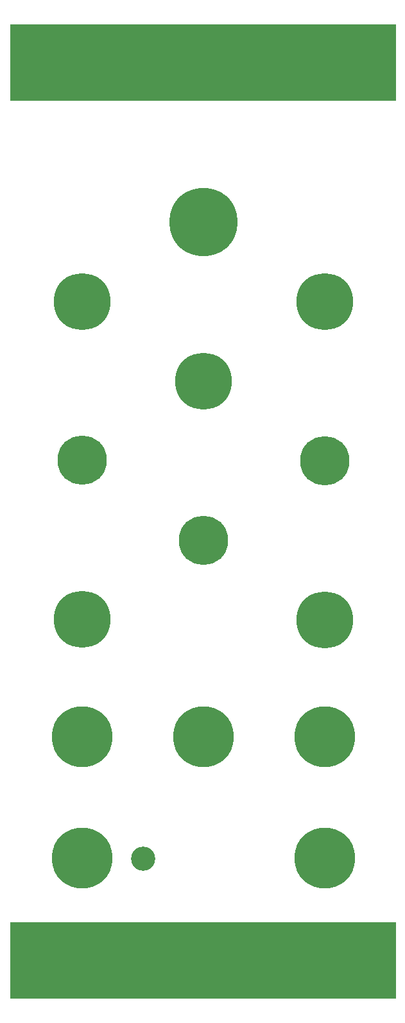
<source format=gbr>
%TF.GenerationSoftware,KiCad,Pcbnew,9.0.5*%
%TF.CreationDate,2025-11-15T20:55:57+01:00*%
%TF.ProjectId,FV1 Panel,46563120-5061-46e6-956c-2e6b69636164,rev?*%
%TF.SameCoordinates,Original*%
%TF.FileFunction,Soldermask,Bot*%
%TF.FilePolarity,Negative*%
%FSLAX46Y46*%
G04 Gerber Fmt 4.6, Leading zero omitted, Abs format (unit mm)*
G04 Created by KiCad (PCBNEW 9.0.5) date 2025-11-15 20:55:57*
%MOMM*%
%LPD*%
G01*
G04 APERTURE LIST*
%ADD10C,0.100000*%
%ADD11O,7.000000X4.200000*%
%ADD12C,6.500000*%
%ADD13C,8.000000*%
%ADD14C,7.500000*%
%ADD15C,3.200000*%
%ADD16C,9.000000*%
G04 APERTURE END LIST*
D10*
X109683956Y-39754752D02*
X160483956Y-39754752D01*
X160483956Y-49754752D01*
X109683956Y-49754752D01*
X109683956Y-39754752D01*
G36*
X109683956Y-39754752D02*
G01*
X160483956Y-39754752D01*
X160483956Y-49754752D01*
X109683956Y-49754752D01*
X109683956Y-39754752D01*
G37*
X109693956Y-158204752D02*
X160493956Y-158204752D01*
X160493956Y-168204752D01*
X109693956Y-168204752D01*
X109693956Y-158204752D01*
G36*
X109693956Y-158204752D02*
G01*
X160493956Y-158204752D01*
X160493956Y-168204752D01*
X109693956Y-168204752D01*
X109693956Y-158204752D01*
G37*
D11*
%TO.C,*%
X152743956Y-165244752D03*
%TD*%
D12*
%TO.C,*%
X119213956Y-97204752D03*
%TD*%
D13*
%TO.C,*%
X119233956Y-133744752D03*
%TD*%
D14*
%TO.C,*%
X119213956Y-76294752D03*
%TD*%
%TO.C,*%
X135223956Y-86774752D03*
%TD*%
D13*
%TO.C,*%
X135233956Y-133744752D03*
%TD*%
%TO.C,*%
X151233956Y-149744752D03*
%TD*%
%TO.C,*%
X119233956Y-149744752D03*
%TD*%
D15*
%TO.C,*%
X127243956Y-149764752D03*
%TD*%
D11*
%TO.C,*%
X117203956Y-42734752D03*
%TD*%
D14*
%TO.C,*%
X151233956Y-76264752D03*
%TD*%
%TO.C,*%
X151233956Y-118264752D03*
%TD*%
D12*
%TO.C,*%
X151233956Y-97264752D03*
%TD*%
D16*
%TO.C,*%
X135223956Y-65774752D03*
%TD*%
D11*
%TO.C,*%
X152763956Y-42734752D03*
%TD*%
%TO.C,*%
X117183956Y-165244752D03*
%TD*%
D12*
%TO.C,*%
X135223956Y-107774752D03*
%TD*%
D13*
%TO.C,*%
X151233956Y-133744752D03*
%TD*%
D14*
%TO.C,*%
X119213956Y-118204752D03*
%TD*%
M02*

</source>
